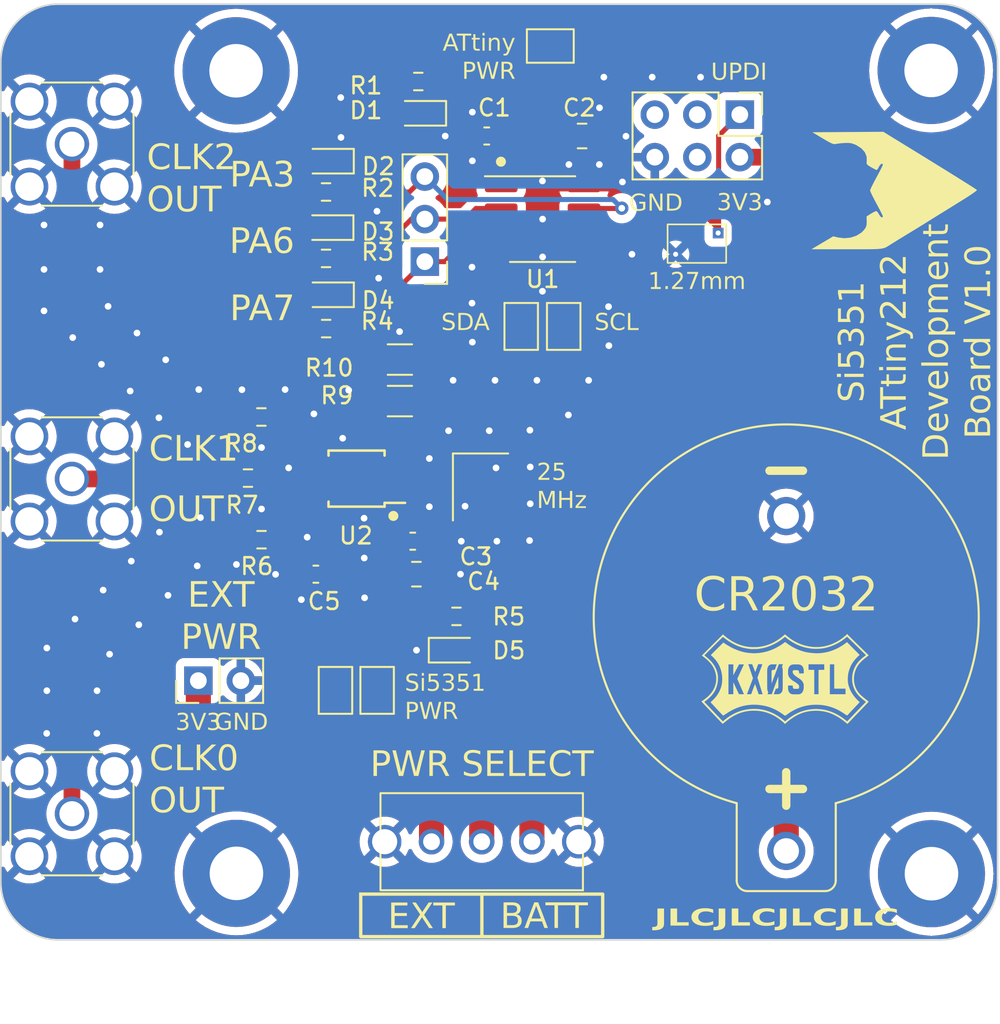
<source format=kicad_pcb>
(kicad_pcb (version 20221018) (generator pcbnew)
  (title_block (title "Si5351 Development Board") (date "2024-07-15") (rev "1.0") (company "Company: Inverted Pursuits Lab") (comment 1 "Engineer: Thomas Francois KXØSTL"))
  (layers (0 "F.Cu" signal) (31 "B.Cu" signal) (34 "B.Paste" user) (35 "F.Paste" user) (36 "B.SilkS" user "B.Silkscreen") (37 "F.SilkS" user "F.Silkscreen") (38 "B.Mask" user) (39 "F.Mask" user) (44 "Edge.Cuts" user))
  (net 0 "")
  (net 1 "Net-(BT1-+)")
  (net 2 "VCC")
  (net 3 "Net-(D1-A)")
  (net 4 "GND")
  (net 5 "Net-(D2-A)")
  (net 6 "Net-(D3-A)")
  (net 7 "Net-(D4-A)")
  (net 8 "Net-(D5-A)")
  (net 9 "/UPDI_DATA")
  (net 10 "Net-(U2-XA)")
  (net 11 "Net-(U2-XB)")
  (net 12 "/CLK0")
  (net 13 "/CLK1")
  (net 14 "/CLK2")
  (net 15 "/CLK0_T")
  (net 16 "/CLK1_T")
  (net 17 "/CLK2_T")
  (net 21 "Net-(J5-Pin_1)")
  (net 25 "Net-(JP5-B)")
  (net 26 "Net-(JP3-B)")
  (net 27 "Net-(JP4-B)")
  (net 28 "/PA7")
  (net 29 "/PA6")
  (net 30 "/PA3")
  (net 31 "/SDA_ATtiny")
  (net 32 "/SDA_Si5351")
  (net 33 "/SCL_ATtiny")
  (net 34 "/SCL_Si5351")
  (footprint "Connector_PinHeader_2.54mm:PinHeader_2x03_P2.54mm_Vertical" (layer "F.Cu") (at 114.255 84.349999 -90)
    (fp_text reference "J10" hide)
    (fp_text value "2.54mm")
  )
  (footprint "Jumper:SolderJumper-2_P1.3mm_Open_TrianglePad1.0x1.5mm" (layer "F.Cu") (at 92.58 118.74 90)
    (fp_text reference "JP3" hide)
    (fp_text value "Jumper_2_Open")
  )
  (footprint "Library:SLW-121586-5A-D" (layer "F.Cu") (at 98.83 127.78 180)
    (fp_text reference "SW1" hide)
    (fp_text value "SW_SPDT")
  )
  (footprint "Library:2x3_1.27mm_Pogo_Header" (layer "F.Cu") (at 111.69 92.055 -90)
    (fp_text reference "J2" hide)
    (fp_text value "1.27mm Pogo Pads")
  )
  (footprint "Connector_PinHeader_2.54mm:PinHeader_1x03_P2.54mm_Vertical" (layer "F.Cu") (at 95.429998 93.130003 180)
    (fp_text reference "J3" hide)
    (fp_text value "2.54mm")
  )
  (footprint "Connector_PinHeader_2.54mm:PinHeader_1x02_P2.54mm_Vertical" (layer "F.Cu") (at 81.895 118.16 90)
    (fp_text reference "J5" hide)
    (fp_text value "2.54mm")
  )
  (footprint "Jumper:SolderJumper-2_P1.3mm_Open_TrianglePad1.0x1.5mm" (layer "F.Cu") (at 101.19 97 -90)
    (fp_text reference "JP1" hide)
    (fp_text value "Jumper_2_Open")
  )
  (footprint "MountingHole:MountingHole_3.2mm_M3_Pad" (layer "F.Cu") (at 84.17 129.67)
    (fp_text reference "H3" hide)
    (fp_text value "M3")
  )
  (footprint "Connector_Coaxial:SMA_Amphenol_132134-16_Vertical" (layer "F.Cu") (at 74.34 86.11)
    (fp_text reference "J9" hide)
    (fp_text value "SMA")
  )
  (footprint "LED_SMD:LED_0603_1608Metric_Pad1.05x0.95mm_HandSolder" (layer "F.Cu") (at 95.04 84.27 180)
    (fp_text reference "D1")
    (fp_text value "RED")
  )
  (footprint "Resistor_SMD:R_0603_1608Metric_Pad0.98x0.95mm_HandSolder" (layer "F.Cu") (at 84.86 106.06 180)
    (fp_text reference "R7")
    (fp_text value "0R")
  )
  (footprint "Resistor_SMD:R_0603_1608Metric_Pad0.98x0.95mm_HandSolder" (layer "F.Cu") (at 89.524998 92.937496 180)
    (fp_text reference "R3")
    (fp_text value "68R")
  )
  (footprint "Jumper:SolderJumper-2_P1.3mm_Open_TrianglePad1.0x1.5mm" (layer "F.Cu") (at 103.73 97 -90)
    (fp_text reference "JP2" hide)
    (fp_text value "Jumper_2_Open")
  )
  (footprint "Jumper:SolderJumper-2_P1.3mm_Open_TrianglePad1.0x1.5mm" (layer "F.Cu") (at 90.09 118.74 90)
    (fp_text reference "JP4" hide)
    (fp_text value "Jumper_2_Open")
  )
  (footprint "LED_SMD:LED_0603_1608Metric_Pad1.05x0.95mm_HandSolder" (layer "F.Cu") (at 89.527496 95.110001 180)
    (fp_text reference "D4")
    (fp_text value "GRN")
  )
  (footprint "Capacitor_SMD:C_0603_1608Metric_Pad1.08x0.95mm_HandSolder" (layer "F.Cu") (at 94.7075 109.83)
    (fp_text reference "C3")
    (fp_text value "100nF")
  )
  (footprint "Package_SO:SOIC-8_3.9x4.9mm_P1.27mm" (layer "F.Cu") (at 102.47 90.59)
    (fp_text reference "U1")
    (fp_text value "ATtiny212-SS")
  )
  (footprint "Capacitor_SMD:C_0805_2012Metric_Pad1.18x1.45mm_HandSolder" (layer "F.Cu") (at 94.9275 111.8)
    (fp_text reference "C4")
    (fp_text value "10uF")
  )
  (footprint "Resistor_SMD:R_0603_1608Metric_Pad0.98x0.95mm_HandSolder" (layer "F.Cu") (at 97.3225 114.32)
    (fp_text reference "R5")
    (fp_text value "68R")
  )
  (footprint "MountingHole:MountingHole_3.2mm_M3_Pad" (layer "F.Cu") (at 84.15 81.73)
    (fp_text reference "H1" hide)
    (fp_text value "M3")
  )
  (footprint "Resistor_SMD:R_0603_1608Metric_Pad0.98x0.95mm_HandSolder" (layer "F.Cu") (at 85.66 102.41 180)
    (fp_text reference "R8")
    (fp_text value "0R")
  )
  (footprint "Library:Logo_10mm_inv" (layer "F.Cu") (at 116.95999 118.06)
    (fp_text reference "G***" hide)
    (fp_text value "LOGO" hide)
  )
  (footprint "Jumper:SolderJumper-2_P1.3mm_Open_TrianglePad1.0x1.5mm" (layer "F.Cu") (at 102.93 80.25 180)
    (fp_text reference "JP5" hide)
    (fp_text value "Jumper_2_Open")
  )
  (footprint "Resistor_SMD:R_0603_1608Metric_Pad0.98x0.95mm_HandSolder" (layer "F.Cu") (at 89.524994 88.970001 180)
    (fp_text reference "R2")
    (fp_text value "68R")
  )
  (footprint "Capacitor_SMD:C_0603_1608Metric_Pad1.08x0.95mm_HandSolder" (layer "F.Cu") (at 99.129996 85.624998 180)
    (fp_text reference "C1")
    (fp_text value "100nF")
  )
  (footprint "MountingHole:MountingHole_3.2mm_M3_Pad" (layer "F.Cu") (at 125.69 81.71)
    (fp_text reference "H2" hide)
    (fp_text value "M3")
  )
  (footprint "LED_SMD:LED_0603_1608Metric_Pad1.05x0.95mm_HandSolder" (layer "F.Cu") (at 89.502498 91.097496 180)
    (fp_text reference "D3")
    (fp_text value "GRN")
  )
  (footprint "LED_SMD:LED_0603_1608Metric_Pad1.05x0.95mm_HandSolder" (layer "F.Cu") (at 97.3275 116.34)
    (fp_text reference "D5")
    (fp_text value "RED")
  )
  (footprint "Resistor_SMD:R_0603_1608Metric_Pad0.98x0.95mm_HandSolder" (layer "F.Cu") (at 89.532493 97.130001 180)
    (fp_text reference "R4")
    (fp_text value "68R")
  )
  (footprint "Connector_Coaxial:SMA_Amphenol_132134-16_Vertical" (layer "F.Cu") (at 74.34 106.11)
    (fp_text reference "J8" hide)
    (fp_text value "SMA")
  )
  (footprint "Library:IPL_Logo_10mm" (layer "F.Cu") (at 123.51 88.91 90)
    (fp_text reference "G***" hide)
    (fp_text value "LOGO" hide)
  )
  (footprint "Resistor_SMD:R_1206_3216Metric" (layer "F.Cu") (at 93.94 101.46 180)
    (fp_text reference "R9")
    (fp_text value "1k8")
  )
  (footprint "Resistor_SMD:R_1206_3216Metric" (layer "F.Cu") (at 93.94 98.98 180)
    (fp_text reference "R10")
    (fp_text value "1k8")
  )
  (footprint "Package_SO:MSOP-10_3x3mm_P0.5mm" (layer "F.Cu") (at 91.35 106.09 180)
    (fp_text reference "U2")
    (fp_text value "Si5351B")
  )
  (footprint "Library:BAT_1066" (layer "F.Cu") (at 117.029999 114.459956)
    (fp_text reference "BT1" hide)
    (fp_text value "Battery_Cell")
  )
  (footprint "Connector_Coaxial:SMA_Amphenol_132134-16_Vertical" (layer "F.Cu") (at 74.34 126.11)
    (fp_text reference "J7" hide)
    (fp_text value "SMA")
  )
  (footprint "Resistor_SMD:R_0603_1608Metric_Pad0.98x0.95mm_HandSolder" (layer "F.Cu") (at 95.04 82.37 180)
    (fp_text reference "R1")
    (fp_text value "68R")
  )
  (footprint "Capacitor_SMD:C_0603_1608Metric_Pad1.08x0.95mm_HandSolder" (layer "F.Cu") (at 88.9175 111.8 180)
    (fp_text reference "C5")
    (fp_text value "100nF")
  )
  (footprint "Capacitor_SMD:C_0805_2012Metric_Pad1.18x1.45mm_HandSolder" (layer "F.Cu") (at 104.829997 85.624999)
    (fp_text reference "C2")
    (fp_text value "10uF")
  )
  (footprint "LED_SMD:LED_0603_1608Metric_Pad1.05x0.95mm_HandSolder" (layer "F.Cu") (at 89.525 87.13 180)
    (fp_text reference "D2")
    (fp_text value "GRN")
  )
  (footprint "MountingHole:MountingHole_3.2mm_M3_Pad" (layer "F.Cu") (at 125.71 129.69)
    (fp_text reference "H4" hide)
    (fp_text value "M3")
  )
  (footprint "Resistor_SMD:R_0603_1608Metric_Pad0.98x0.95mm_HandSolder" (layer "F.Cu") (at 85.67 109.74 180)
    (fp_text reference "R6")
    (fp_text value "0R")
  )
  (footprint "Library:Crystal_SMD_Kyocera_CX3225SB-4Pin_3.2x2.5mm" (layer "F.Cu") (at 98.76 106.59 -90)
    (fp_text reference "Y1" hide)
    (fp_text value "25MHz")
  )
  (gr_line (start 98.87 123.99) (end 98.87 121.51) (stroke (width 0.2)) (layer "F.Cu"))
  (gr_circle (center 99.98 87.16) (end 100.28 87.16) (stroke (width 0.0001)) (fill solid) (layer "F.SilkS"))
  (gr_rect (start 91.6 130.91) (end 106.06 133.45) (stroke (width 0.2)) (fill none) (layer "F.SilkS"))
  (gr_circle (center 93.55 108.32) (end 93.85 108.32) (stroke (width 0.0001)) (fill solid) (layer "F.SilkS"))
  (gr_line (start 98.84 130.95) (end 98.84 133.43) (stroke (width 0.2)) (layer "F.SilkS"))
  (gr_line (start 129.66 130.19) (end 129.659997 81.199999) (stroke (width 0.1)) (layer "Edge.Cuts"))
  (gr_arc (start 126.21 77.75) (mid 128.649518 78.760481) (end 129.659997 81.199999) (stroke (width 0.1)) (layer "Edge.Cuts"))
  (gr_line (start 70.090001 81.199998) (end 70.089986 130.189998) (stroke (width 0.1)) (layer "Edge.Cuts"))
  (gr_line (start 73.539983 133.639995) (end 126.21 133.64) (stroke (width 0.1)) (layer "Edge.Cuts"))
  (gr_arc (start 129.66 130.19) (mid 128.649519 132.629519) (end 126.21 133.64) (stroke (width 0.1)) (layer "Edge.Cuts"))
  (gr_arc (start 70.090001 81.199998) (mid 71.100483 78.760482) (end 73.539999 77.750002) (stroke (width 0.1)) (layer "Edge.Cuts"))
  (gr_line (start 126.21 77.75) (end 73.539999 77.750002) (stroke (width 0.1)) (layer "Edge.Cuts"))
  (gr_arc (start 73.539983 133.639995) (mid 71.100467 132.629514) (end 70.089986 130.189998) (stroke (width 0.1)) (layer "Edge.Cuts"))
  (gr_text "PA3" (at 87.667504 88.019999) (layer "F.SilkS") (effects (font (size 1.5 1.5)) (justify right)))
  (gr_text "1.27mm" (at 111.69 94.35) (layer "F.SilkS") (effects (font (size 1 1))))
  (gr_text "JLCJLCJLCJLC" (at 109.14 132.96) (layer "F.SilkS") (effects (font (size 1 1.5) (thickness 0.25) bold) (justify left bottom)))
  (gr_text "EXT\nPWR" (at 83.25 114.38) (layer "F.SilkS") (effects (font (size 1.5 1.5))))
  (gr_text "CLK1" (at 78.94 105.27) (layer "F.SilkS") (effects (font (size 1.5 1.5)) (justify left bottom)))
  (gr_text "ATtiny\nPWR" (at 100.85 82.38) (layer "F.SilkS") (effects (font (size 1 1)) (justify right bottom)))
  (gr_text "PA6" (at 87.645002 91.987495) (layer "F.SilkS") (effects (font (size 1.5 1.5)) (justify right)))
  (gr_text "EXT" (at 95.22 132.32) (layer "F.SilkS") (effects (font (size 1.5 1.5))))
  (gr_text "CLK0\nOUT" (at 78.96 126.28) (layer "F.SilkS") (effects (font (size 1.5 1.5)) (justify left bottom)))
  (gr_text "CR2032" (at 117.03 113.13) (layer "F.SilkS") (effects (font (size 2 2))))
  (gr_text "PWR SELECT" (at 98.84 123.23) (layer "F.SilkS") (effects (font (size 1.5 1.5))))
  (gr_text "SDA" (at 99.31 96.8) (layer "F.SilkS") (effects (font (size 1 1)) (justify right)))
  (gr_text "OUT" (at 78.94 108.88) (layer "F.SilkS") (effects (font (size 1.5 1.5)) (justify left bottom)))
  (gr_text "CLK2\nOUT" (at 78.81 90.38) (layer "F.SilkS") (effects (font (size 1.5 1.5)) (justify left bottom)))
  (gr_text "SCL" (at 105.57 96.8) (layer "F.SilkS") (effects (font (size 1 1)) (justify left)))
  (gr_text "PA7" (at 87.67 96) (layer "F.SilkS") (effects (font (size 1.5 1.5)) (justify right)))
  (gr_text "UPDI" (at 114.21 81.85) (layer "F.SilkS") (effects (font (size 1 1))))
  (gr_text "Si5351\nPWR" (at 94.23 119.19) (layer "F.SilkS") (effects (font (size 1 1)) (justify left)))
  (gr_text "BATT" (at 102.55 132.31) (layer "F.SilkS") (effects (font (size 1.5 1.5))))
  (gr_text "GND" (at 107.64 89.67) (layer "F.SilkS") (effects (font (size 1 1)) (justify left)))
  (gr_text "GND" (at 84.465 120.68) (layer "F.SilkS") (effects (font (size 1 1))))
  (gr_text "25\nMHz" (at 102.12 106.59) (layer "F.SilkS") (effects (font (size 1 1)) (justify left)))
  (gr_text "3V3" (at 114.25 89.64) (layer "F.SilkS") (effects (font (size 1 1))))
  (gr_text "Si5351\nATtiny212\nDevelopment\nBoard V1.0" (at 124.81 97.92 90) (layer "F.SilkS") (effects (font (size 1.5 1.5))))
  (gr_text "3V3" (at 81.895 120.69) (layer "F.SilkS") (effects (font (size 1 1))))
  (segment (start 117.029999 125.429999) (end 115.81 124.21) (width 1.5) (layer "F.Cu") (net 1))
  (segment (start 101.83 125.6) (end 101.83 127.78) (width 1.5) (layer "F.Cu") (net 1))
  (segment (start 117.029999 128.329956) (end 117.029999 125.429999) (width 1.5) (layer "F.Cu") (net 1))
  (segment (start 115.81 124.21) (end 103.22 124.21) (width 1.5) (layer "F.Cu") (net 1))
  (segment (start 103.22 124.21) (end 101.83 125.6) (width 1.5) (layer "F.Cu") (net 1))
  (segment (start 97.505 121.505) (end 98.775 121.505) (width 1) (layer "F.Cu") (net 2))
  (segment (start 112.96 93.86) (end 112.96 94.12) (width 0.3) (layer "F.Cu") (net 2))
  (segment (start 113.475 94.575) (end 113.01 95.04) (width 1) (layer "F.Cu") (net 2))
  (segment (start 90.535 121.52) (end 91.89 121.52) (width 1) (layer "F.Cu") (net 2))
  (segment (start 103.695 80.29) (end 103.655 80.25) (width 1) (layer "F.Cu") (net 2))
  (segment (start 98.075 121.505) (end 97.505 121.505) (width 1) (layer "F.Cu") (net 2))
  (segment (start 115.53 92.52) (end 114.71 93.34) (width 1) (layer "F.Cu") (net 2))
  (segment (start 92.5825 120.8275) (end 91.89 121.52) (width 1) (layer "F.Cu") (net 2))
  (segment (start 114.28 92.690001) (end 114.71 93.120001) (width 0.3) (layer "F.Cu") (net 2))
  (segment (start 115.53 92.52) (end 117.6 90.45) (width 1) (layer "F.Cu") (net 2))
  (segment (start 98.845 122.275) (end 98.075 121.505) (width 1) (layer "F.Cu") (net 2))
  (segment (start 117.340001 86.889999) (end 117.6 86.63) (width 1) (layer "F.Cu") (net 2))
  (segment (start 100.25 120.17) (end 108.56 111.86) (width 1) (layer "F.Cu") (net 2))
  (segment (start 91.89 121.52) (end 92.89 121.52) (width 1) (layer "F.Cu") (net 2))
  (segment (start 90.09 121.075) (end 90.535 121.52) (width 1) (layer "F.Cu") (net 2))
  (segment (start 116.58 86.889999) (end 116.840001 86.889999) (width 1) (layer "F.Cu") (net 2))
  (segment (start 92.5825 120.7) (end 92.5825 120.8275) (width 1) (layer "F.Cu") (net 2))
  (segment (start 112.96 94.99) (end 113.01 95.04) (width 0.4) (layer "F.Cu") (net 2))
  (segment (start 98.845 121.575) (end 100.25 120.17) (width 1) (layer "F.Cu") (net 2))
  (segment (start 112.96 94.12) (end 113.415 94.575) (width 0.3) (layer "F.Cu") (net 2))
  (segment (start 117.6 87.65) (end 117.6 86.63) (width 1) (layer "F.Cu") (net 2))
  (segment (start 117.6 90.45) (end 117.6 87.65) (width 1) (layer "F.Cu") (net 2))
  (segment (start 92.5825 120.7) (end 92.5825 121.2125) (width 1) (layer "F.Cu") (net 2))
  (segment (start 112.96 94.12) (end 113.08 94.24) (width 0.3) (layer "F.Cu") (net 2))
  (segment (start 98.845 122.275) (end 98.83 122.29) (width 1.5) (layer "F.Cu") (net 2))
  (segment (start 114.28 92.690001) (end 114.45 92.860001) (width 0.3) (layer "F.Cu") (net 2))
  (segment (start 117.6 86.13) (end 117.6 81.54) (width 1) (layer "F.Cu") (net 2))
  (segment (start 112.96 94.12) (end 112.96 94.99) (width 0.3) (layer "F.Cu") (net 2))
  (segment (start 91.855 121.505) (end 96.56 121.505) (width 1) (layer "F.Cu") (net 2))
  (segment (start 98.775 121.505) (end 98.845 121.575) (width 1) (layer "F.Cu") (net 2))
  (segment (start 117.6 81.54) (end 116.35 80.29) (width 1) (layer "F.Cu") (net 2))
  (segment (start 113.415 94.575) (end 113.475 94.575) (width 0.3) (layer "F.Cu") (net 2))
  (segment (start 98.845 121.575) (end 98.845 122.275) (width 1) (layer "F.Cu") (net 2))
  (segment (start 112.96 92.690001) (end 112.96 93.86) (width 0.3) (layer "F.Cu") (net 2))
  (segment (start 108.56 111.86) (end 108.56 99.49) (width 1) (layer "F.Cu") (net 2))
  (segment (start 92.89 121.52) (end 93.26 121.52) (width 1) (layer "F.Cu") (net 2))
  (segment (start 96.56 121.505) (end 97.475 121.505) (width 1) (layer "F.Cu") (net 2))
  (segment (start 112.96 93.86) (end 112.96 94.09) (width 0.3) (layer "F.Cu") (net 2))
  (segment (start 116.840001 86.889999) (end 117.6 87.649998) (width 1) (layer "F.Cu") (net 2))
  (segment (start 116.840001 86.889999) (end 117.6 86.13) (width 1) (layer "F.Cu") (net 2))
  (segment (start 114.45 92.860001) (end 114.45 93.23) (width 0.3) (layer "F.Cu") (net 2))
  (segment (start 92.5825 120.7) (end 92.5825 120.8425) (width 1) (layer "F.Cu") (net 2))
  (segment (start 99.1 121.32) (end 99.1 122.51) (width 1) (layer "F.Cu") (net 2))
  (segment (start 97.475 121.505) (end 98.84 122.87) (width 1) (layer "F.Cu") (net 2))
  (segment (start 98.83 122.29) (end 98.83 127.78) (width 1.5) (layer "F.Cu") (net 2))
  (segment (start 114.255 86.889999) (end 116.58 86.889999) (width 1) (layer "F.Cu") (net 2))
  (segment (start 114.28 92.690001) (end 115.359999 92.690001) (width 0.3) (layer "F.Cu") (net 2))
  (segment (start 92.5825 121.2125) (end 92.89 121.52) (width 1) (layer "F.Cu") (net 2))
  (segment (start 112.96 94.09) (end 113.11 94.24) (width 0.3) (layer "F.Cu") (net 2))
  (segment (start 96.56 121.505) (end 97.505 121.505) (width 1) (layer "F.Cu") (net 2))
  (segment (start 115.359999 92.690001) (end 115.53 92.52) (width 0.4) (layer "F.Cu") (net 2))
  (segment (start 114.71 93.34) (end 113.475 94.575) (width 1) (layer "F.Cu") (net 2))
  (segment (start 108.56 99.49) (end 113.01 95.04) (width 1) (layer "F.Cu") (net 2))
  (segment (start 92.58 119.465) (end 92.5825 120.7) (width 1) (layer "F.Cu") (net 2))
  (segment (start 90.09 119.465) (end 90.09 121.075) (width 1) (layer "F.Cu") (net 2))
  (segment (start 117.6 86.63) (end 117.6 86.13) (width 1) (layer "F.Cu") (net 2))
  (segment (start 116.35 80.29) (end 103.695 80.29) (width 1) (layer "F.Cu") (net 2))
  (segment (start 92.5825 120.8425) (end 93.26 121.52) (width 1) (layer "F.Cu") (net 2))
  (segment (start 113.08 94.24) (end 113.41 94.24) (width 0.3) (layer "F.Cu") (net 2))
  (segment (start 112.96 92.690001) (end 114.28 92.690001) (width 0.3) (layer "F.Cu") (net 2))
  (segment (start 117.6 87.649998) (end 117.6 87.65) (width 1) (layer "F.Cu") (net 2))
  (segment (start 100.25 120.17) (end 99.1 121.32) (width 1) (layer "F.Cu") (net 2))
  (segment (start 114.71 93.120001) (end 114.71 93.34) (width 0.3) (layer "F.Cu") (net 2))
  (segment (start 116.58 86.889999) (end 117.340001 86.889999) (width 1) (layer "F.Cu") (net 2))
  (segment (start 94.1275 82.37) (end 94.1275 84.2325) (width 0.5) (layer "F.Cu") (net 3))
  (segment (start 94.1275 84.2325) (end 94.165 84.27) (width 0.5) (layer "F.Cu") (net 3))
  (segment (start 95.7 104.89) (end 95.7 103.4) (width 0.75) (layer "F.Cu") (net 4))
  (segment (start 95.92 84.1525) (end 95.9575 84.19) (width 0.3) (layer "F.Cu") (net 4))
  (segment (start 95.57 108.71) (end 95.57 109.83) (width 0.75) (layer "F.Cu") (net 4))
  (segment (start 87.13 106.09) (end 86.89 105.85) (width 0.25) (layer "F.Cu") (net 4))
  (segment (start 95.57 108.71) (end 95.57 107.94) (width 0.75) (layer "F.Cu") (net 4))
  (segment (start 95.7 103.4) (end 95.86 103.24) (width 0.75) (layer "F.Cu") (net 4))
  (segment (start 95.7 107.77) (end 95.57 107.9) (width 0.75) (layer "F.Cu") (net 4))
  (segment (start 89.15 106.09) (end 87.13 106.09) (width 0.25) (layer "F.Cu") (net 4))
  (segment (start 87.82 106.09) (end 87.82 105.53) (width 0.25) (layer "F.Cu") (net 4))
  (segment (start 95.57 107.9) (end 95.57 108.71) (width 0.75) (layer "F.Cu") (net 4))
  (segment (start 95.57 107.94) (end 95.73 107.78) (width 0.75) (layer "F.Cu") (net 4))
  (via (at 105.22 100.22) (size 0.8) (drill 0.4) (layers "F.Cu" "B.Cu") (net 4))
  (via (at 72.67 93.595) (size 0.8) (drill 0.4) (layers "F.Cu" "B.Cu") (net 4))
  (via (at 98.25 95.61) (size 0.8) (drill 0.4) (layers "F.Cu" "B.Cu") (net 4))
  (via (at 97.835 107.74) (size 0.8) (drill 0.4) (layers "F.Cu" "B.Cu") (net 4))
  (via (at 99.685 105.45) (size 0.8) (drill 0.4) (layers "F.Cu" "B.Cu") (net 4))
  (via (at 86.51 111.81) (size 0.8) (drill 0.4) (layers "F.Cu" "B.Cu") (net 4))
  (via (at 102.13 100.22) (size 0.8) (drill 0.4) (layers "F.Cu" "B.Cu") (net 4))
  (via (at 90.404998 83.330002) (size 0.8) (drill 0.4) (layers "F.Cu" "B.Cu") (net 4))
  (via (at 88.4 109.59) (size 0.8) (drill 0.4) (layers "F.Cu" "B.Cu") (net 4))
  (via (at 102.47 92.85) (size 0.8) (drill 0.4) (layers "F.Cu" "B.Cu") (net 4))
  (via (at 106.13 82.11) (size 0.8) (drill 0.4) (layers "F.Cu" "B.Cu") (net 4))
  (via (at 76.205 112.75) (size 0.8) (drill 0.4) (layers "F.Cu" "B.Cu") (net 4))
  (via (at 101.73 105.396666) (size 0.8) (drill 0.4) (layers "F.Cu" "B.Cu") (net 4))
  (via (at 72.84 118.76) (size 0.8) (drill 0.4) (layers "F.Cu" "B.Cu") (net 4))
  (via (at 91.81 110.833332) (size 0.8) (drill 0.4) (layers "F.Cu" "B.Cu") (net 4))
  (via (at 109.02 82.11) (size 0.8) (drill 0.4) (layers "F.Cu" "B.Cu") (net 4))
  (via (at 102.46 88.31) (size 0.8) (drill 0.4) (layers "F.Cu" "B.Cu") (net 4))
  (via (at 91.8 108.456666) (size 0.8) (drill 0.4) (layers "F.Cu" "B.Cu") (net 4))
  (via (at 101.71 103.2) (size 0.8) (drill 0.4) (layers "F.Cu" "B.Cu") (net 4))
  (via (at 98.27 84.2) (size 0.8) (drill 0.4) (layers "F.Cu" "B.Cu") (net 4))
  (via (at 88.8 102.225) (size 0.8) (drill 0.4) (layers "F.Cu" "B.Cu") (net 4))
  (via (at 107.45 85.64) (size 0.8) (drill 0.4) (layers "F.Cu" "B.Cu") (net 4))
  (via (at 90.42 85.71) (size 0.8) (drill 0.4) (layers "F.Cu" "B.Cu") (net 4))
  (via (at 101.73 107.593332) (size 0.8) (drill 0.4) (layers "F.Cu" "B.Cu") (net 4))
  (via (at 78.335706 114.821618) (size 0.8) (drill 0.4) (layers "F.Cu" "B.Cu") (net 4))
  (via (at 72.83 121.31) (size 0.8) (drill 0.4) (layers "F.Cu" "B.Cu") (net 4))
  (via (at 81.92 100.77) (size 0.8) (drill 0.4) (layers "F.Cu" "B.Cu") (net 4))
  (via (at 104.04 87.33) (size 0.8) (drill 0.4) (layers "F.Cu" "B.Cu") (net 4))
  (via (at 76.103334 99.263334) (size 0.8) (drill 0.4) (layers "F.Cu" "B.Cu") (net 4))
  (via (at 79.943334 98.993334) (size 0.8) (drill 0.4) (layers "F.Cu" "B.Cu") (net 4))
  (via (at 82.02 108.42) (size 0.8) (drill 0.4) (layers "F.Cu" "B.Cu") (net 4))
  (via (at 76.02 90.94) (size 0.8) (drill 0.4) (layers "F.Cu" "B.Cu") (net 4))
  (via (at 102.46 94.9) (size 0.8) (drill 0.4) (layers "F.Cu" "B.Cu") (net 4))
  (via (at 90.52 103.68) (size 0.8) (drill 0.4) (layers "F.Cu" "B.Cu") (net 4))
  (via (at 99.625 100.22) (size 0.8) (drill 0.4) (layers "F.Cu" "B.Cu") (net 4))
  (via (at 104.01 102.29) (size 0.8) (drill 0.4) (layers "F.Cu" "B.Cu") (net 4))
  (via (at 77.8875 111.02) (size 0.8) (drill 0.4) (layers "F.Cu" "B.Cu") (net 4))
  (via (at 93.92 97.31) (size 0.8) (drill 0.4) (layers "F.Cu" "B.Cu") (net 4))
  (via (at 97.61 109.83) (size 0.8) (drill 0.4) (layers "F.Cu" "B.Cu") (net 4))
  (via (at 95.7 107.77) (size 0.8) (drill 0.4) (layers "F.Cu" "B.Cu") (net 4))
  (via (at 79.536666 102.456668) (size 0.8) (drill 0.4) (layers "F.Cu" "B.Cu") (net 4))
  (via (at 91.83 113.21) (size 0.8) (drill 0.4) (layers "F.Cu" "B.Cu") (net 4))
  (via (at 106.43 98.15) (size 0.8) (drill 0.4) (layers "F.Cu" "B.Cu") (net 4))
  (via (at 76.59 116.58) (size 0.8) (drill 0.4) (layers "F.Cu" "B.Cu") (net 4))
  (via (at 107.81 92.69) (size 0.8) (drill 0.4) (layers "F.Cu" "B.Cu") (net 4))
  (via (at 90.88 100.81) (size 0.8) (drill 0.4) (layers "F.Cu" "B.Cu") (net 4))
  (via (at 98.25 93.46) (size 0.8) (drill 0.4) (layers "F.Cu" "B.Cu") (net 4))
  (via (at 99.28 103.23) (size 0.8) (drill 0.4) (layers "F.Cu" "B.Cu") (net 4))
  (via (at 76.5 95.8) (size 0.8) (drill 0.4) (layers "F.Cu" "B.Cu") (net 4))
  (via (at 74.386666 97.666668) (size 0.8) (drill 0.4) (layers "F.Cu" "B.Cu") (net 4))
  (via (at 84.5 100.78) (size 0.8) (drill 0.4) (layers "F.Cu" "B.Cu") (net 4))
  (via (at 84.17 111.22) (size 0.8) (drill 0.4) (layers "F.Cu" "B.Cu") (net 4))
  (via (at 92.67 94.12) (size 0.8) (drill 0.4) (layers "F.Cu" "B.Cu") (net 4))
  (via (at 102.47 90.59) (size 0.8) (drill 0.4) (layers "F.Cu" "B.Cu") (net 4))
  (via (at 96.65 85.63) (size 0.8) (drill 0.4) (layers "F.Cu" "B.Cu") (net 4))
  (via (at 107.24 88.37) (size 0.8) (drill 0.4) (layers "F.Cu" "B.Cu") (net 4))
  (via (at 85.67 104.234999) (size 0.8) (drill 0.4) (layers "F.Cu" "B.Cu") (net 4))
  (via (at 77.82 100.86) (size 0.8) (drill 0.4) (layers "F.Cu" "B.Cu") (net 4))
  (via (at 80.081412 113.063236) (size 0.8) (drill 0.4) (layers "F.Cu" "B.Cu") (net 4))
  (via (at 75.84 118.76) (size 0.8) (drill 0.4) (layers "F.Cu" "B.Cu") (net 4))
  (via (at 72.67 90.94) (size 0.8) (drill 0.4) (layers "F.Cu" "B.Cu") (net 4))
  (via (at 101.69 109.79) (size 0.8) (drill 0.4) (layers "F.Cu" "B.Cu") (net 4))
  (via (at 87.08 100.77) (size 0.8) (drill 0.4) (layers "F.Cu" "B.Cu") (net 4))
  (via (at 105.87 83.94) (size 0.8) (drill 0.4) (layers "F.Cu" "B.Cu") (net 4))
  (via (at 81.253334 104.053334) (size 0.8) (drill 0.4) (layers "F.Cu" "B.Cu") (net 4))
  (via (at 85.67 107.904998) (size 0.8) (drill 0.4) (layers "F.Cu" "B.Cu") (net 4))
  (via (at 115.9 89.57) (size 0.8) (drill 0.4) (layers "F.Cu" "B.Cu") (net 4))
  (via (at 105.86 87.33) (size 0.8) (drill 0.4) (layers "F.Cu" "B.Cu") (net 4))
  (via (at 106.41 95.82) (size 0.8) (drill 0.4) (layers "F.Cu" "B.Cu") (net 4))
  (via (at 98.27 87.11) (size 0.8) (drill 0.4) (layers "F.Cu" "B.Cu") (net 4))
  (via (at 97.56 111.8) (size 0.8) (drill 0.4) (layers "F.Cu" "B.Cu") (net 4))
  (via (at 92.57 90.12) (size 0.8) (drill 0.4) (layers "F.Cu" "B.Cu") (net 4))
  (via (at 87.29 105.45) (size 0.8) (drill 0.4) (layers "F.Cu" "B.Cu") (net 4))
  (via (at 96.85 103.23) (size 0.8) (drill 0.4) (layers "F.Cu" "B.Cu") (net 4))
  (via (at 75.83 121.31) (size 0.8) (drill 0.4) (layers "F.Cu" "B.Cu") (net 4))
  (via (at 76.02 93.595) (size 0.8) (drill 0.4) (layers "F.Cu" "B.Cu") (net 4))
  (via (at 111.91 82.11) (size 0.8) (drill 0.4) (layers "F.Cu" "B.Cu") (net 4))
  (via (at 81.827118 111.304854) (size 0.8) (drill 0.4) (layers "F.Cu" "B.Cu") (net 4))
  (via (at 72.84 116.21) (size 0.8) (drill 0.4) (layers "F.Cu" "B.Cu") (net 4))
  (via (at 79.57 109.29) (size 0.8) (drill 0.4) (layers "F.Cu" "B.Cu") (net 4))
  (via (at 74.5225 114.48) (size 0.8) (drill 0.4) (layers "F.Cu" "B.Cu") (net 4))
  (via (at 88.05 113.32) (size 0.8) (drill 0.4) (layers "F.Cu" "B.Cu") (net 4))
  (via (at 95.7 104.89) (size 0.8) (drill 0.4) (layers "F.Cu" "B.Cu") (net 4))
  (via (at 72.67 96.07) (size 0.8) (drill 0.4) (layers "F.Cu" "B.Cu") (net 4))
  (via (at 94.9325 116.34) (size 0.8) (drill 0.4) (layers "F.Cu" "B.Cu") (net 4))
  (via (at 98.27 97.94) (size 0.8) (drill 0.4) (layers "F.Cu" "B.Cu") (net 4))
  (via (at 97.12 100.22) (size 0.8) (drill 0.4) (layers "F.Cu" "B.Cu") (net 4))
  (via (at 99.7375 109.83) (size 0.8) (drill 0.4) (layers "F.Cu" "B.Cu") (net 4))
  (via (at 78.226666 97.396668) (size 0.8) (drill 0.4) (layers "F.Cu" "B.Cu") (net 4))
  (segment (start 88.649999 87.129998) (end 88.649998 88.932497) (width 0.3) (layer "F.Cu") (net 5))
  (segment (start 88.627495 91.0975) (end 88.627494 92.922504) (width 0.3) (layer "F.Cu") (net 6))
  (segment (start 88.652494 95.110002) (end 88.652495 97.097501) (width 0.3) (layer "F.Cu") (net 7))
  (segment (start 98.2525 116.0975) (end 98.22 116.13) (width 0.3) (layer "F.Cu") (net 8))
  (segment (start 98.235 114.32) (end 98.235 116.3075) (width 0.3) (layer "F.Cu") (net 8))
  (segment (start 114.255 84.349999) (end 112.99 85.614999) (width 0.3) (layer "F.Cu") (net 9))
  (segment (start 112.4 90.58) (end 108.42 90.58) (width 0.3) (layer "F.Cu") (net 9))
  (segment (start 112.74 90.58) (end 112.99 90.33) (width 0.3) (layer "F.Cu") (net 9))
  (segment (start 112.74 90.7) (end 112.89 90.85) (width 0.3) (layer "F.Cu") (net 9))
  (segment (start 107.775 91.225) (end 104.945 91.225) (width 0.3) (layer "F.Cu") (net 9))
  (segment (start 112.74 90.58) (end 112.74 90.7) (width 0.3) (layer "F.Cu") (net 9))
  (segment (start 112.99 85.614999) (end 112.99 90.33) (width 0.3) (layer "F.Cu") (net 9))
  (segment (start 112.96 91.14) (end 112.4 90.58) (width 0.3) (layer "F.Cu") (net 9))
  (segment (start 108.42 90.58) (end 107.775 91.225) (width 0.3) (layer "F.Cu") (net 9))
  (segment (start 112.4 90.58) (end 112.74 90.58) (width 0.3) (layer "F.Cu") (net 9))
  (segment (start 112.99 90.33) (end 112.99 91.35) (width 0.3) (layer "F.Cu") (net 9))
  (segment (start 112.96 91.42) (end 112.96 91.14) (width 0.3) (layer "F.Cu") (net 9))
  (segment (start 112.99 91.35) (end 113.06 91.42) (width 0.3) (layer "F.Cu") (net 9))
  (segment (start 98.535 106.59) (end 99.685 107.74) (width 0.25) (layer "F.Cu") (net 10))
  (segment (start 93.55 106.59) (end 98.535 106.59) (width 0.25) (layer "F.Cu") (net 10))
  (segment (start 93.55 106.09) (end 97.185 106.09) (width 0.25) (layer "F.Cu") (net 11))
  (segment (start 97.835 105.44) (end 97.185 106.09) (width 0.25) (layer "F.Cu") (net 11))
  (segment (start 74.34 116.6975) (end 74.34 126.11) (width 1) (layer "F.Cu") (net 12))
  (segment (start 81.2975 109.74) (end 84.7575 109.74) (width 1) (layer "F.Cu") (net 12))
  (segment (start 81.2975 109.74) (end 74.34 116.6975) (width 1) (layer "F.Cu") (net 12))
  (segment (start 74.34 106.11) (end 83.8975 106.11) (width 1) (layer "F.Cu") (net 13))
  (segment (start 74.39 106.06) (end 74.34 106.11) (width 0.3) (layer "F.Cu") (net 13))
  (segment (start 83.8975 106.11) (end 83.9475 106.06) (width 1) (layer "F.Cu") (net 13))
  (segment (start 81.2675 102.41) (end 80.70875 101.85125) (width 1) (layer "F.Cu") (net 14))
  (segment (start 74.34 86.11) (end 74.34 95.4825) (width 1) (layer "F.Cu") (net 14))
  (segment (start 81.2675 102.41) (end 84.7475 102.41) (width 1) (layer "F.Cu") (net 14))
  (segment (start 80.70875 101.85125) (end 81.04375 102.18625) (width 1) (layer "F.Cu") (net 14))
  (segment (start 81.04375 102.18625) (end 81.2675 102.41) (width 1) (layer "F.Cu") (net 14))
  (segment (start 74.34 95.4825) (end 80.70875 101.85125) (width 1) (layer "F.Cu") (net 14))
  (segment (start 89.15 107.09) (end 88.16 107.09) (width 0.25) (layer "F.Cu") (net 15))
  (segment (start 86.5825 108.6675) (end 86.5825 109.74) (width 0.25) (layer "F.Cu") (net 15))
  (segment (start 88.16 107.09) (end 86.5825 108.6675) (width 0.25) (layer "F.Cu") (net 15))
  (segment (start 86.3025 106.59) (end 89.15 106.59) (width 0.25) (layer "F.Cu") (net 16))
  (segment (start 85.7725 106.06) (end 86.3025 106.59) (width 0.25) (layer "F.Cu") (net 16))
  (segment (start 86.5825 103.1225) (end 86.5825 102.4) (width 0.25) (layer "F.Cu") (net 17))
  (segment (start 89.15 105.09) (end 88.55 105.09) (width 0.25) (layer "F.Cu") (net 17))
  (segment (start 88.55 105.09) (end 86.5825 103.1225) (width 0.25) (layer "F.Cu") (net 17))
  (segment (start 81.895 120.935) (end 85.17 124.21) (width 1.5) (layer "F.Cu") (net 21))
  (segment (start 95.83 125.08) (end 95.83 127.78) (width 1.5) (layer "F.Cu") (net 21))
  (segment (start 85.17 124.21) (end 94.96 124.21) (width 1.5) (layer "F.Cu") (net 21))
  (segment (start 81.895 118.16) (end 81.895 120.935) (width 1.5) (layer "F.Cu") (net 21))
  (segment (start 94.96 124.21) (end 95.83 125.08) (width 1.5) (layer "F.Cu") (net 21))
  (segment (start 99.675 82.37) (end 99.995 82.05) (width 0.5) (layer "F.Cu") (net 25))
  (segment (start 95.9525 82.37) (end 99.675 82.37) (width 0.5) (layer "F.Cu") (net 25))
  (segment (start 99.675 82.37) (end 99.995 82.69) (width 0.5) (layer "F.Cu") (net 25))
  (segment (start 103.792497 85.624999) (end 99.992497 85.624999) (width 0.5) (layer "F.Cu") (net 25))
  (segment (start 99.995 82.87) (end 99.995 82.05) (width 0.5) (layer "F.Cu") (net 25))
  (segment (start 99.995 82.69) (end 99.995 82.87) (width 0.5) (layer "F.Cu") (net 25))
  (segment (start 99.995 88.685) (end 99.995 82.87) (width 0.5) (layer "F.Cu") (net 25))
  (segment (start 99.992497 85.624999) (end 99.992496 85.624998) (width 0.5) (layer "F.Cu") (net 25))
  (segment (start 99.995 82.05) (end 99.995 80.495) (width 0.5) (layer "F.Cu") (net 25))
  (segment (start 100.24 80.25) (end 101.99 80.25) (width 0.5) (layer "F.Cu") (net 25))
  (segment (start 99.995 80.495) (end 100.24 80.25) (width 0.5) (layer "F.Cu") (net 25))
  (segment (start 96.41 114.32) (end 94.6525 114.32) (width 0.3) (layer "F.Cu") (net 26))
  (segment (start 93.18625 114.13625) (end 92.9075 114.415) (width 0.5) (layer "F.Cu") (net 26))
  (segment (start 94.6525 114.32) (end 93.0025 114.32) (width 0.3) (layer "F.Cu") (net 26))
  (segment (start 92.58 117.88) (end 92.58 114.7425) (width 0.5) (layer "F.Cu") (net 26))
  (segment (start 93.5325 113.79) (end 93.18625 114.13625) (width 0.5) (layer "F.Cu") (net 26))
  (segment (start 93.7825 114.04) (end 93.5 114.04) (width 0.3) (layer "F.Cu") (net 26))
  (segment (start 92.06 106.61) (end 92.06 99.3975) (width 0.3) (layer "F.Cu") (net 26))
  (segment (start 93.5 114.04) (end 93.47 114.07) (width 0.3) (layer "F.Cu") (net 26))
  (segment (start 92.06 99.3975) (end 92.4775 98.98) (width 0.3) (layer "F.Cu") (net 26))
  (segment (start 93.47 114.07) (end 93.44 114.04) (width 0.3) (layer "F.Cu") (net 26))
  (segment (start 92.54 107.09) (end 92.06 106.61) (width 0.3) (layer "F.Cu") (net 26))
  (segment (start 93.8575 114.115) (end 93.7825 114.04) (width 0.3) (layer "F.Cu") (net 26))
  (segment (start 93.8575 114.115) (end 93.5325 113.79) (width 0.3) (layer "F.Cu") (net 26))
  (segment (start 94.6525 114.32) (end 94.0625 114.32) (width 0.3) (layer "F.Cu") (net 26))
  (segment (start 92.58 114.7425) (end 93.18625 114.13625) (width 0.5) (layer "F.Cu") (net 26))
  (segment (start 93.55 113.97) (end 93.78 114.2) (width 0.5) (layer "F.Cu") (net 26))
  (segment (start 92.4675 101.47) (end 92.4775 101.46) (width 0.5) (layer "F.Cu") (net 26))
  (segment (start 93.44 114.04) (end 93.4025 114.04) (width 0.3) (layer "F.Cu") (net 26))
  (segment (start 93.55 107.2) (end 93.55 113.97) (width 0.5) (layer "F.Cu") (net 26))
  (segment (start 94.0625 114.32) (end 93.8575 114.115) (width 0.3) (layer "F.Cu") (net 26))
  (segment (start 93.55 107.09) (end 92.54 107.09) (width 0.3) (layer "F.Cu") (net 26))
  (segment (start 93.0025 114.32) (end 92.9075 114.415) (width 0.3) (layer "F.Cu") (net 26))
  (segment (start 89.15 105.59) (end 90.0475 105.59) (width 0.25) (layer "F.Cu") (net 27))
  (segment (start 90.0475 105.59) (end 90.28 105.8225) (width 0.25) (layer "F.Cu") (net 27))
  (segment (start 90.28 107.8475) (end 90.2275 107.9) (width 0.25) (layer "F.Cu") (net 27))
  (segment (start 89.9875 107.79) (end 90.28 107.4975) (width 0.25) (layer "F.Cu") (net 27))
  (segment (start 90.28 107.4975) (end 90.28 107.36) (width 0.25) (layer "F.Cu") (net 27))
  (segment (start 90.085 107.8625) (end 90.085 117.76) (width 0.5) (layer "F.Cu") (net 27))
  (segment (start 90.28 105.8225) (end 90.28 107.8475) (width 0.25) (layer "F.Cu") (net 27))
  (segment (start 96.619995 93.130001) (end 95.429998 93.130003) (width 0.3) (layer "F.Cu") (net 28))
  (segment (start 99.995 91.225) (end 98.525 91.225002) (width 0.3) (layer "F.Cu") (net 28))
  (segment (start 91.429999 97.130001) (end 95.429998 93.130003) (width 0.3) (layer "F.Cu") (net 28))
  (segment (start 90.444993 97.130001) (end 91.429999 97.130001) (width 0.3) (layer "F.Cu") (net 28))
  (segment (start 98.525 91.225002) (end 96.619995 93.130001) (width 0.3) (layer "F.Cu") (net 28))
  (segment (start 92.282504 92.937496) (end 94.629997 90.590003) (width 0.3) (layer "F.Cu") (net 29))
  (segment (start 94.629997 90.590003) (end 95.429998 90.590003) (width 0.3) (layer "F.Cu") (net 29))
  (segment (start 99.995 89.955) (end 98.484999 89.955) (width 0.3) (layer "F.Cu") (net 29))
  (segment (start 90.437498 92.937496) (end 92.282504 92.937496) (width 0.3) (layer "F.Cu") (net 29))
  (segment (start 97.849997 90.590003) (end 95.429999 90.590005) (width 0.3) (layer "F.Cu") (net 29))
  (segment (start 98.484999 89.955) (end 97.849997 90.590003) (width 0.3) (layer "F.Cu") (net 29))
  (segment (start 94.51 88.970001) (end 95.429998 88.050003) (width 0.3) (layer "F.Cu") (net 30))
  (segment (start 107.185 89.955) (end 107.2 89.94) (width 0.3) (layer "F.Cu") (net 30))
  (segment (start 104.945 89.955) (end 107.185 89.955) (width 0.3) (layer "F.Cu") (net 30))
  (segment (start 90.437494 88.970001) (end 94.51 88.970001) (width 0.3) (layer "F.Cu") (net 30))
  (via (at 107.2 89.94) (size 0.8) (drill 0.4) (layers "F.Cu" "B.Cu") (net 30))
  (segment (start 96.799995 89.42) (end 95.429998 88.050003) (width 0.3) (layer "B.Cu") (net 30))
  (segment (start 107.2 89.94) (end 106.68 89.42) (width 0.3) (layer "B.Cu") (net 30))
  (segment (start 106.68 89.42) (end 96.799995 89.42) (width 0.3) (layer "B.Cu") (net 30))
  (segment (start 99.995 92.495) (end 100.054999 92.495) (width 0.3) (layer "F.Cu") (net 31))
  (segment (start 99.995 92.495) (end 101.19 93.69) (width 0.3) (layer "F.Cu") (net 31))
  (segment (start 101.19 93.69) (end 101.19 96.275) (width 0.3) (layer "F.Cu") (net 31))
  (segment (start 101.19 97.725) (end 101.19 98.7) (width 0.3) (layer "F.Cu") (net 32))
  (segment (start 101.19 98.7) (end 100.91 98.98) (width 0.3) (layer "F.Cu") (net 32))
  (segment (start 95.4025 98.98) (end 94.35 98.98) (width 0.3) (layer "F.Cu") (net 32))
  (segment (start 94.35 98.98) (end 93.94 99.39) (width 0.3) (layer "F.Cu") (net 32))
  (segment (start 93.59 100.7925) (end 93.59 105.05) (width 0.3) (layer "F.Cu") (net 32))
  (segment (start 93.94 99.39) (end 93.94 100.4425) (width 0.3) (layer "F.Cu") (net 32))
  (segment (start 100.91 98.98) (end 95.4025 98.98) (width 0.3) (layer "F.Cu") (net 32))
  (segment (start 93.94 100.4425) (end 93.59 100.7925) (width 0.3) (layer "F.Cu") (net 32))
  (segment (start 93.59 105.05) (end 93.55 105.09) (width 0.3) (layer "F.Cu") (net 32))
  (segment (start 104.945 92.495) (end 103.73 93.71) (width 0.3) (layer "F.Cu") (net 33))
  (segment (start 103.73 93.71) (end 103.73 96.275) (width 0.3) (layer "F.Cu") (net 33))
  (segment (start 94.56 105.59) (end 94.82 105.33) (width 0.3) (layer "F.Cu") (net 34))
  (segment (start 94.31 104.26) (end 94.31 101.68) (width 0.3) (layer "F.Cu") (net 34))
  (segment (start 94.31 101.68) (end 94.53 101.46) (width 0.3) (layer "F.Cu") (net 34))
  (segment (start 103.73 100.32) (end 102.59 101.46) (width 0.3) (layer "F.Cu") (net 34))
  (segment (start 94.82 104.77) (end 94.31 104.26) (width 0.3) (layer "F.Cu") (net 34))
  (segment (start 94.82 105.33) (end 94.82 104.77) (width 0.3) (layer "F.Cu") (net 34))
  (segment (start 102.59 101.46) (end 95.4025 101.46) (width 0.3) (layer "F.Cu") (net 34))
  (segment (start 103.73 97.725) (end 103.73 100.32) (width 0.3) (layer "F.Cu") (net 34))
  (segment (start 94.53 101.46) (end 95.4025 101.46) (width 0.3) (layer "F.Cu") (net 34))
  (segment (start 93.55 105.59) (end 94.56 105.59) (width 0.3) (layer "F.Cu") (net 34))
  (zone (net 0) (net_name "") (layer "F.Cu") (name "SMA_NO_GND") (connect_pads (clearance 0)) (min_thickness 0.25)
    (keepout (tracks allowed) (vias allowed) (pads allowed) (copperpour not_allowed) (footprints allowed))
    (fill (thermal_gap 0.5) (thermal_bridge_width 0.5))
    (polygon (pts (xy 71.8 83.59) (xy 71.8 88.65) (xy 76.84 88.65) (xy 76.84 83.59)))
  )
  (zone (net 0) (net_name "") (layer "F.Cu") (name "NO_GND") (connect_pads (clearance 0)) (min_thickness 0.25)
    (keepout (tracks allowed) (vias allowed) (pads allowed) (copperpour not_allowed) (footprints allowed))
    (fill (thermal_gap 0.5) (thermal_bridge_width 0.5))
    (polygon (pts (xy 91.29 120.43) (xy 93.86 120.42) (xy 93.86 117.059999) (xy 91.299999 117.06)))
  )
  (zone (net 0) (net_name "") (layer "F.Cu") (name "CRYSTAL_NO_GND") (connect_pads (clearance 0)) (min_thickness 0.25)
    (keepout (tracks allowed) (vias allowed) (pads allowed) (copperpour not_allowed) (footprints allowed))
    (fill (thermal_gap 0.5) (thermal_bridge_width 0.5))
    (polygon (pts (xy 93.562935 105.319908) (xy 93.55 109.11) (xy 100.96 109.12) (xy 100.96 104.09) (xy 92.56 104.09)))
  )
  (zone (net 0) (net_name "") (layer "F.Cu") (name "SMA_NO_GND") (connect_pads (clearance 0)) (min_thickness 0.25)
    (keepout (tracks allowed) (vias allowed) (pads allowed) (copperpour not_allowed) (footprints allowed))
    (fill (thermal_gap 0.5) (thermal_bridge_width 0.5))
    (polygon (pts (xy 71.8 103.57) (xy 71.8 108.63) (xy 76.84 108.63) (xy 76.84 103.57)))
  )
  (zone (net 0) (net_name "") (layer "F.Cu") (name "NO_GND") (connect_pads (clearance 0)) (min_thickness 0.25)
    (keepout (tracks allowed) (vias allowed) (pads allowed) (copperpour not_allowed) (footprints allowed))
    (fill (thermal_gap 0.5) (thermal_bridge_width 0.5))
    (polygon (pts (xy 88.81 120.42) (xy 91.29 120.43) (xy 91.299999 117.06) (xy 88.819999 117.05)))
  )
  (zone (net 0) (net_name "") (layer "F.Cu") (name "SMA_NO_GND") (connect_pads (clearance 0)) (min_thickness 0.25)
    (keepout (tracks allowed) (vias allowed) (pads allowed) (copperpour not_allowed) (footprints allowed))
    (fill (thermal_gap 0.5) (thermal_bridge_width 0.5))
    (polygon (pts (xy 71.8 123.59) (xy 71.8 128.65) (xy 76.84 128.65) (xy 76.84 123.59)))
  )
  (zone (net 0) (net_name "") (layer "F.Cu") (name "NO_GND") (connect_pads (clearance 0)) (min_thickness 0.25)
    (keepout (tracks allowed) (vias allowed) (pads allowed) (copperpour not_allowed) (footprints allowed))
    (fill (thermal_gap 0.5) (thermal_bridge_width 0.5))
    (polygon (pts (xy 99.93 99.18) (xy 99.93 95.77) (xy 99.93 95.37) (xy 100.25 95.78) (xy 104.32 95.78) (xy 105.01 95.41) (xy 105.01 95.78) (xy 105 99.17)))
  )
  (zone (net 4) (net_name "GND") (layer "F.Cu") (name "GND") (priority 1) (connect_pads (clearance 0.15)) (min_thickness 0.25) (fill yes (thermal_gap 0.5) (thermal_bridge_width 0.5))
    (polygon (pts (xy 76.09 90.97) (xy 75.209966 88.657562) (xy 73.51 88.65) (xy 72.69 90.9) (xy 72.6 93.6) (xy 72.85 96.17) (xy 77.66 101.06) (xy 79.63 103.25) (xy 79.629999 104.73) (xy 76.84 105.16) (xy 76.83 107.05) (xy 79.69 107.34) (xy 79.75 108.73) (xy 72.500001 115.87) (xy 72.72 121.39) (xy 73.43 123.59) (xy 75.26 123.59) (xy 75.94 121.35) (xy 76.02 117.53) (xy 82.09 111.72) (xy 84.02 110.95) (xy 84.03 110.47) (xy 84.03 108.65) (xy 83.22 107.11) (xy 83.22 105.11) (xy 84.01 103.41) (xy 84.01 101.37) (xy 81.99 100.83) (xy 79.96 98.76) (xy 78.25 97.48) (xy 76.64 95.8) (xy 76.11 93.61)))
  )
  (zone (net 0) (net_name "") (layer "F.Cu") (name "NO_GND") (connect_pads (clearance 0)) (min_thickness 0.25)
    (keepout (tracks allowed) (vias allowed) (pads allowed) (copperpour not_allowed) (footprints allowed))
    (fill (thermal_gap 0.5) (thermal_bridge_width 0.5))
    (polygon (pts (xy 101.24 78.96) (xy 101.25 81.53) (xy 104.61 81.53) (xy 104.61 78.97)))
  )
  (zone (net 4) (net_name "GND") (layers "F&B.Cu") (name "GND") (connect_pads (clearance 0.5)) (min_thickness 0.25) (fill yes (thermal_gap 0.5) (thermal_bridge_width 0.5))
    (polygon (pts (xy 84.55 77.77) (xy 84.56 133.62) (xy 129.66 133.64) (xy 129.66 77.76)))
  )
  (zone (net 4) (net_name "GND") (layers "F&B.Cu") (name "GND") (connect_pads (clearance 0.5)) (min_thickness 0.25) (fill yes (thermal_gap 0.5) (thermal_bridge_width 0.5))
    (polygon (pts (xy 70.08 77.76) (xy 70.09 133.61) (xy 87.44 133.65) (xy 87.44 77.77)))
  )
)
</source>
